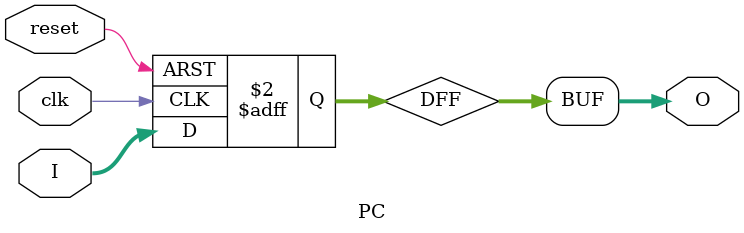
<source format=v>
module PC (
    input wire clk,
    input wire reset,
    input wire [2:0] I,
    output wire [2:0] O
);
    reg [2:0] DFF;
    
    always @(posedge clk or posedge reset) 
    begin
        if (reset) 
            DFF <= 3'b111;       
        else 
            DFF <= I;               
    end

    assign O = DFF;

endmodule
</source>
